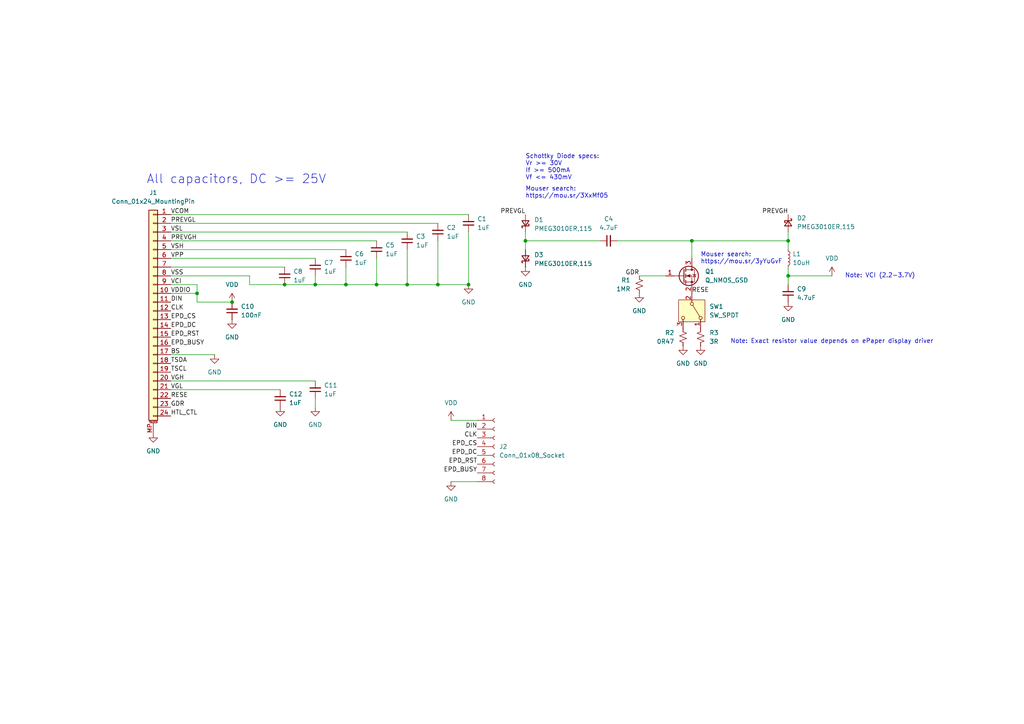
<source format=kicad_sch>
(kicad_sch (version 20231120) (generator "eeschema") (generator_version "8.0")
  (paper "A4")
  (lib_symbols
    (symbol "Connector:Conn_01x08_Socket" (pin_names (offset 1.016) hide)
      (property "Reference" "J" (at 0 10.16 0))
      (property "Value" "Conn_01x08_Socket" (at 0 -12.7 0))
      (symbol "Conn_01x08_Socket_1_1"
        (arc (start 0 -9.652) (mid -0.5058 -10.16) (end 0 -10.668) (stroke (width 0.1524)))
        (arc (start 0 -7.112) (mid -0.5058 -7.62) (end 0 -8.128) (stroke (width 0.1524)))
        (arc (start 0 -4.572) (mid -0.5058 -5.08) (end 0 -5.588) (stroke (width 0.1524)))
        (arc (start 0 -2.032) (mid -0.5058 -2.54) (end 0 -3.048) (stroke (width 0.1524)))
        (polyline (pts (xy -1.27 -10.16) (xy -0.508 -10.16)) (stroke (width 0.1524)))
        (polyline (pts (xy -1.27 -7.62) (xy -0.508 -7.62)) (stroke (width 0.1524)))
        (polyline (pts (xy -1.27 -5.08) (xy -0.508 -5.08)) (stroke (width 0.1524)))
        (polyline (pts (xy -1.27 -2.54) (xy -0.508 -2.54)) (stroke (width 0.1524)))
        (polyline (pts (xy -1.27 0) (xy -0.508 0)) (stroke (width 0.1524)))
        (polyline (pts (xy -1.27 2.54) (xy -0.508 2.54)) (stroke (width 0.1524)))
        (polyline (pts (xy -1.27 5.08) (xy -0.508 5.08)) (stroke (width 0.1524)))
        (polyline (pts (xy -1.27 7.62) (xy -0.508 7.62)) (stroke (width 0.1524)))
        (arc (start 0 0.508) (mid -0.5058 0) (end 0 -0.508) (stroke (width 0.1524)))
        (arc (start 0 3.048) (mid -0.5058 2.54) (end 0 2.032) (stroke (width 0.1524)))
        (arc (start 0 5.588) (mid -0.5058 5.08) (end 0 4.572) (stroke (width 0.1524)))
        (arc (start 0 8.128) (mid -0.5058 7.62) (end 0 7.112) (stroke (width 0.1524)))
        (pin passive line (at -5.08 7.62 0) (length 3.81) (name "Pin_1") (number "1"))
        (pin passive line (at -5.08 5.08 0) (length 3.81) (name "Pin_2") (number "2"))
        (pin passive line (at -5.08 2.54 0) (length 3.81) (name "Pin_3") (number "3"))
        (pin passive line (at -5.08 0 0) (length 3.81) (name "Pin_4") (number "4"))
        (pin passive line (at -5.08 -2.54 0) (length 3.81) (name "Pin_5") (number "5"))
        (pin passive line (at -5.08 -5.08 0) (length 3.81) (name "Pin_6") (number "6"))
        (pin passive line (at -5.08 -7.62 0) (length 3.81) (name "Pin_7") (number "7"))
        (pin passive line (at -5.08 -10.16 0) (length 3.81) (name "Pin_8") (number "8"))
      )
    )
    (symbol "Connector_Generic_MountingPin:Conn_01x24_MountingPin" (pin_names (offset 1.016) hide)
      (property "Reference" "J" (at 0 30.48 0))
      (property "Value" "Conn_01x24_MountingPin" (at 1.27 -33.02 0))
      (symbol "Conn_01x24_MountingPin_1_1"
        (rectangle (start -1.27 -30.353) (end 0 -30.607) (stroke (width 0.1524)))
        (rectangle (start -1.27 -27.813) (end 0 -28.067) (stroke (width 0.1524)))
        (rectangle (start -1.27 -25.273) (end 0 -25.527) (stroke (width 0.1524)))
        (rectangle (start -1.27 -22.733) (end 0 -22.987) (stroke (width 0.1524)))
        (rectangle (start -1.27 -20.193) (end 0 -20.447) (stroke (width 0.1524)))
        (rectangle (start -1.27 -17.653) (end 0 -17.907) (stroke (width 0.1524)))
        (rectangle (start -1.27 -15.113) (end 0 -15.367) (stroke (width 0.1524)))
        (rectangle (start -1.27 -12.573) (end 0 -12.827) (stroke (width 0.1524)))
        (rectangle (start -1.27 -10.033) (end 0 -10.287) (stroke (width 0.1524)))
        (rectangle (start -1.27 -7.493) (end 0 -7.747) (stroke (width 0.1524)))
        (rectangle (start -1.27 -4.953) (end 0 -5.207) (stroke (width 0.1524)))
        (rectangle (start -1.27 -2.413) (end 0 -2.667) (stroke (width 0.1524)))
        (rectangle (start -1.27 0.127) (end 0 -0.127) (stroke (width 0.1524)))
        (rectangle (start -1.27 2.667) (end 0 2.413) (stroke (width 0.1524)))
        (rectangle (start -1.27 5.207) (end 0 4.953) (stroke (width 0.1524)))
        (rectangle (start -1.27 7.747) (end 0 7.493) (stroke (width 0.1524)))
        (rectangle (start -1.27 10.287) (end 0 10.033) (stroke (width 0.1524)))
        (rectangle (start -1.27 12.827) (end 0 12.573) (stroke (width 0.1524)))
        (rectangle (start -1.27 15.367) (end 0 15.113) (stroke (width 0.1524)))
        (rectangle (start -1.27 17.907) (end 0 17.653) (stroke (width 0.1524)))
        (rectangle (start -1.27 20.447) (end 0 20.193) (stroke (width 0.1524)))
        (rectangle (start -1.27 22.987) (end 0 22.733) (stroke (width 0.1524)))
        (rectangle (start -1.27 25.527) (end 0 25.273) (stroke (width 0.1524)))
        (rectangle (start -1.27 28.067) (end 0 27.813) (stroke (width 0.1524)))
        (rectangle (start -1.27 29.21) (end 1.27 -31.75) (stroke (width 0.254)) (fill (type background)))
        (polyline (pts (xy -1.016 -32.512) (xy 1.016 -32.512)) (stroke (width 0.1524)))
        (text "Mounting" (at 0 -32.131 0) (effects (font (size 0.381 0.381))))
        (pin passive line (at -5.08 27.94 0) (length 3.81) (name "Pin_1") (number "1"))
        (pin passive line (at -5.08 5.08 0) (length 3.81) (name "Pin_10") (number "10"))
        (pin passive line (at -5.08 2.54 0) (length 3.81) (name "Pin_11") (number "11"))
        (pin passive line (at -5.08 0 0) (length 3.81) (name "Pin_12") (number "12"))
        (pin passive line (at -5.08 -2.54 0) (length 3.81) (name "Pin_13") (number "13"))
        (pin passive line (at -5.08 -5.08 0) (length 3.81) (name "Pin_14") (number "14"))
        (pin passive line (at -5.08 -7.62 0) (length 3.81) (name "Pin_15") (number "15"))
        (pin passive line (at -5.08 -10.16 0) (length 3.81) (name "Pin_16") (number "16"))
        (pin passive line (at -5.08 -12.7 0) (length 3.81) (name "Pin_17") (number "17"))
        (pin passive line (at -5.08 -15.24 0) (length 3.81) (name "Pin_18") (number "18"))
        (pin passive line (at -5.08 -17.78 0) (length 3.81) (name "Pin_19") (number "19"))
        (pin passive line (at -5.08 25.4 0) (length 3.81) (name "Pin_2") (number "2"))
        (pin passive line (at -5.08 -20.32 0) (length 3.81) (name "Pin_20") (number "20"))
        (pin passive line (at -5.08 -22.86 0) (length 3.81) (name "Pin_21") (number "21"))
        (pin passive line (at -5.08 -25.4 0) (length 3.81) (name "Pin_22") (number "22"))
        (pin passive line (at -5.08 -27.94 0) (length 3.81) (name "Pin_23") (number "23"))
        (pin passive line (at -5.08 -30.48 0) (length 3.81) (name "Pin_24") (number "24"))
        (pin passive line (at -5.08 22.86 0) (length 3.81) (name "Pin_3") (number "3"))
        (pin passive line (at -5.08 20.32 0) (length 3.81) (name "Pin_4") (number "4"))
        (pin passive line (at -5.08 17.78 0) (length 3.81) (name "Pin_5") (number "5"))
        (pin passive line (at -5.08 15.24 0) (length 3.81) (name "Pin_6") (number "6"))
        (pin passive line (at -5.08 12.7 0) (length 3.81) (name "Pin_7") (number "7"))
        (pin passive line (at -5.08 10.16 0) (length 3.81) (name "Pin_8") (number "8"))
        (pin passive line (at -5.08 7.62 0) (length 3.81) (name "Pin_9") (number "9"))
        (pin passive line (at 0 -35.56 90) (length 3.048) (name "MountPin") (number "MP"))
      )
    )
    (symbol "Device:C_Small" (pin_numbers hide) (pin_names (offset 0.254) hide)
      (property "Reference" "C" (at 0.254 1.778 0))
      (property "Value" "C_Small" (at 0.254 -2.032 0))
      (symbol "C_Small_0_1"
        (polyline (pts (xy -1.524 -0.508) (xy 1.524 -0.508)) (stroke (width 0.3302)))
        (polyline (pts (xy -1.524 0.508) (xy 1.524 0.508)) (stroke (width 0.3048)))
      )
      (symbol "C_Small_1_1"
        (pin passive line (at 0 2.54 270) (length 2.032) (name "~") (number "1"))
        (pin passive line (at 0 -2.54 90) (length 2.032) (name "~") (number "2"))
      )
    )
    (symbol "Device:D_Schottky_Small" (pin_numbers hide) (pin_names (offset 0.254) hide)
      (property "Reference" "D" (at -1.27 2.032 0))
      (property "Value" "D_Schottky_Small" (at -7.112 -2.032 0))
      (symbol "D_Schottky_Small_0_1"
        (polyline (pts (xy -0.762 0) (xy 0.762 0)))
        (polyline (pts (xy 0.762 -1.016) (xy -0.762 0) (xy 0.762 1.016) (xy 0.762 -1.016)) (stroke (width 0.254)))
        (polyline (pts (xy -1.27 0.762) (xy -1.27 1.016) (xy -0.762 1.016) (xy -0.762 -1.016) (xy -0.254 -1.016) (xy -0.254 -0.762)) (stroke (width 0.254)))
      )
      (symbol "D_Schottky_Small_1_1"
        (pin passive line (at -2.54 0 0) (length 1.778) (name "K") (number "1"))
        (pin passive line (at 2.54 0 180) (length 1.778) (name "A") (number "2"))
      )
    )
    (symbol "Device:L_Small" (pin_numbers hide) (pin_names (offset 0.254) hide)
      (property "Reference" "L" (at 0.762 1.016 0))
      (property "Value" "L_Small" (at 0.762 -1.016 0))
      (symbol "L_Small_0_1"
        (arc (start 0 -2.032) (mid 0.5058 -1.524) (end 0 -1.016))
        (arc (start 0 -1.016) (mid 0.5058 -0.508) (end 0 0))
        (arc (start 0 0) (mid 0.5058 0.508) (end 0 1.016))
        (arc (start 0 1.016) (mid 0.5058 1.524) (end 0 2.032))
      )
      (symbol "L_Small_1_1"
        (pin passive line (at 0 2.54 270) (length 0.508) (name "~") (number "1"))
        (pin passive line (at 0 -2.54 90) (length 0.508) (name "~") (number "2"))
      )
    )
    (symbol "Device:Q_NMOS_GSD" (pin_names (offset 0) hide)
      (property "Reference" "Q" (at 5.08 1.27 0))
      (property "Value" "Q_NMOS_GSD" (at 5.08 -1.27 0))
      (symbol "Q_NMOS_GSD_0_1"
        (polyline (pts (xy 0.254 0) (xy -2.54 0)))
        (polyline (pts (xy 0.254 1.905) (xy 0.254 -1.905)) (stroke (width 0.254)))
        (polyline (pts (xy 0.762 -1.27) (xy 0.762 -2.286)) (stroke (width 0.254)))
        (polyline (pts (xy 0.762 0.508) (xy 0.762 -0.508)) (stroke (width 0.254)))
        (polyline (pts (xy 0.762 2.286) (xy 0.762 1.27)) (stroke (width 0.254)))
        (polyline (pts (xy 2.54 2.54) (xy 2.54 1.778)))
        (polyline (pts (xy 2.54 -2.54) (xy 2.54 0) (xy 0.762 0)))
        (polyline (pts (xy 0.762 -1.778) (xy 3.302 -1.778) (xy 3.302 1.778) (xy 0.762 1.778)))
        (polyline (pts (xy 1.016 0) (xy 2.032 0.381) (xy 2.032 -0.381) (xy 1.016 0)) (fill (type outline)))
        (polyline (pts (xy 2.794 0.508) (xy 2.921 0.381) (xy 3.683 0.381) (xy 3.81 0.254)))
        (polyline (pts (xy 3.302 0.381) (xy 2.921 -0.254) (xy 3.683 -0.254) (xy 3.302 0.381)))
        (circle (center 1.651 0) (radius 2.794) (stroke (width 0.254)))
        (circle (center 2.54 -1.778) (radius 0.254) (fill (type outline)))
        (circle (center 2.54 1.778) (radius 0.254) (fill (type outline)))
      )
      (symbol "Q_NMOS_GSD_1_1"
        (pin input line (at -5.08 0 0) (length 2.54) (name "G") (number "1"))
        (pin passive line (at 2.54 -5.08 90) (length 2.54) (name "S") (number "2"))
        (pin passive line (at 2.54 5.08 270) (length 2.54) (name "D") (number "3"))
      )
    )
    (symbol "Device:R_Small_US" (pin_numbers hide) (pin_names (offset 0.254) hide)
      (property "Reference" "R" (at 0.762 0.508 0))
      (property "Value" "R_Small_US" (at 0.762 -1.016 0))
      (symbol "R_Small_US_1_1"
        (polyline (pts (xy 0 0) (xy 1.016 -0.381) (xy 0 -0.762) (xy -1.016 -1.143) (xy 0 -1.524)))
        (polyline (pts (xy 0 1.524) (xy 1.016 1.143) (xy 0 0.762) (xy -1.016 0.381) (xy 0 0)))
        (pin passive line (at 0 2.54 270) (length 1.016) (name "~") (number "1"))
        (pin passive line (at 0 -2.54 90) (length 1.016) (name "~") (number "2"))
      )
    )
    (symbol "Switch:SW_SPDT" (pin_names (offset 0) hide)
      (property "Reference" "SW" (at 0 5.08 0))
      (property "Value" "SW_SPDT" (at 0 -5.08 0))
      (symbol "SW_SPDT_0_1"
        (circle (center -2.032 0) (radius 0.4572))
        (polyline (pts (xy -1.651 0.254) (xy 1.651 2.286)))
        (circle (center 2.032 -2.54) (radius 0.4572))
        (circle (center 2.032 2.54) (radius 0.4572))
      )
      (symbol "SW_SPDT_1_1"
        (rectangle (start -3.175 3.81) (end 3.175 -3.81) (fill (type background)))
        (pin passive line (at 5.08 2.54 180) (length 2.54) (name "A") (number "1"))
        (pin passive line (at -5.08 0 0) (length 2.54) (name "B") (number "2"))
        (pin passive line (at 5.08 -2.54 180) (length 2.54) (name "C") (number "3"))
      )
    )
    (symbol "power:GND" (power) (pin_numbers hide) (pin_names (offset 0) hide)
      (property "Value" "GND" (at 0 -3.81 0))
      (symbol "GND_0_1"
        (polyline (pts (xy 0 0) (xy 0 -1.27) (xy 1.27 -1.27) (xy 0 -2.54) (xy -1.27 -1.27) (xy 0 -1.27)))
      )
      (symbol "GND_1_1"
        (pin power_in line (at 0 0 270) (length 0) (name "~") (number "1"))
      )
    )
    (symbol "power:VDD" (power) (pin_numbers hide) (pin_names (offset 0) hide)
      (property "Value" "VDD" (at 0 3.556 0))
      (symbol "VDD_0_1"
        (polyline (pts (xy -0.762 1.27) (xy 0 2.54)))
        (polyline (pts (xy 0 0) (xy 0 2.54)))
        (polyline (pts (xy 0 2.54) (xy 0.762 1.27)))
      )
      (symbol "VDD_1_1"
        (pin power_in line (at 0 0 90) (length 0) (name "~") (number "1"))
      )
    )
  )
  (junction (at 135.89 82.55))
  (junction (at 127 82.55))
  (junction (at 91.44 82.55))
  (junction (at 228.6 80.01))
  (junction (at 109.22 82.55))
  (junction (at 67.31 87.63))
  (junction (at 118.11 82.55))
  (junction (at 152.4 69.85))
  (junction (at 228.6 69.85))
  (junction (at 200.66 69.85))
  (junction (at 82.55 82.55))
  (junction (at 57.15 85.09))
  (junction (at 100.33 82.55))
  (wire (pts (xy 49.53 80.01) (xy 72.39 80.01)))
  (wire (pts (xy 91.44 118.11) (xy 91.44 115.57)))
  (wire (pts (xy 118.11 72.39) (xy 118.11 82.55)))
  (wire (pts (xy 228.6 67.31) (xy 228.6 69.85)))
  (wire (pts (xy 228.6 82.55) (xy 228.6 80.01)))
  (wire (pts (xy 109.22 74.93) (xy 109.22 82.55)))
  (wire (pts (xy 152.4 72.39) (xy 152.4 69.85)))
  (wire (pts (xy 152.4 69.85) (xy 173.99 69.85)))
  (wire (pts (xy 49.53 62.23) (xy 135.89 62.23)))
  (wire (pts (xy 49.53 113.03) (xy 81.28 113.03)))
  (wire (pts (xy 127 69.85) (xy 127 82.55)))
  (wire (pts (xy 49.53 72.39) (xy 100.33 72.39)))
  (wire (pts (xy 62.23 102.87) (xy 49.53 102.87)))
  (wire (pts (xy 82.55 82.55) (xy 91.44 82.55)))
  (wire (pts (xy 152.4 69.85) (xy 152.4 67.31)))
  (wire (pts (xy 179.07 69.85) (xy 200.66 69.85)))
  (wire (pts (xy 49.53 82.55) (xy 57.15 82.55)))
  (wire (pts (xy 228.6 80.01) (xy 228.6 77.47)))
  (wire (pts (xy 49.53 77.47) (xy 82.55 77.47)))
  (wire (pts (xy 200.66 69.85) (xy 228.6 69.85)))
  (wire (pts (xy 49.53 110.49) (xy 91.44 110.49)))
  (wire (pts (xy 49.53 74.93) (xy 91.44 74.93)))
  (wire (pts (xy 57.15 85.09) (xy 49.53 85.09)))
  (wire (pts (xy 228.6 80.01) (xy 241.3 80.01)))
  (wire (pts (xy 100.33 82.55) (xy 109.22 82.55)))
  (wire (pts (xy 49.53 69.85) (xy 109.22 69.85)))
  (wire (pts (xy 127 82.55) (xy 135.89 82.55)))
  (wire (pts (xy 49.53 64.77) (xy 127 64.77)))
  (wire (pts (xy 91.44 80.01) (xy 91.44 82.55)))
  (wire (pts (xy 185.42 80.01) (xy 193.04 80.01)))
  (wire (pts (xy 72.39 82.55) (xy 82.55 82.55)))
  (wire (pts (xy 49.53 67.31) (xy 118.11 67.31)))
  (wire (pts (xy 57.15 87.63) (xy 57.15 85.09)))
  (wire (pts (xy 135.89 82.55) (xy 135.89 67.31)))
  (wire (pts (xy 228.6 69.85) (xy 228.6 72.39)))
  (wire (pts (xy 118.11 82.55) (xy 127 82.55)))
  (wire (pts (xy 130.81 139.7) (xy 138.43 139.7)))
  (wire (pts (xy 57.15 82.55) (xy 57.15 85.09)))
  (wire (pts (xy 100.33 77.47) (xy 100.33 82.55)))
  (wire (pts (xy 72.39 80.01) (xy 72.39 82.55)))
  (wire (pts (xy 91.44 82.55) (xy 100.33 82.55)))
  (wire (pts (xy 138.43 121.92) (xy 130.81 121.92)))
  (wire (pts (xy 109.22 82.55) (xy 118.11 82.55)))
  (wire (pts (xy 67.31 87.63) (xy 57.15 87.63)))
  (wire (pts (xy 200.66 69.85) (xy 200.66 74.93)))
  (text "Note: Exact resistor value depends on ePaper display driver" (at 241.3 99.06 0) (effects (font (size 1.27 1.27))))
  (text "Note: VCI (2.2-3.7V)" (at 255.27 80.01 0) (effects (font (size 1.27 1.27))))
  (text "Mouser search:\nhttps://mou.sr/3XxMf05" (at 152.4 55.88 0) (effects (font (size 1.27 1.27)) (justify left)))
  (text "All capacitors, DC >= 25V" (at 68.58 52.07 0) (effects (font (size 2.54 2.54))))
  (text "Mouser search:\nhttps://mou.sr/3yYuGvF" (at 203.2 74.93 0) (effects (font (size 1.27 1.27)) (justify left)))
  (text "Schottky Diode specs:\nVr >= 30V\nIf >= 500mA\nVf <= 430mV\n\n" (at 152.4 49.53 0) (effects (font (size 1.27 1.27)) (justify left)))
  (label "EPD_DC" (at 49.53 95.25 0))
  (label "VSL" (at 49.53 67.31 0))
  (label "DIN" (at 49.53 87.63 0))
  (label "PREVGL" (at 152.4 62.23 180))
  (label "HTL_CTL" (at 49.53 120.65 0))
  (label "VGL" (at 49.53 113.03 0))
  (label "BS" (at 49.53 102.87 0))
  (label "EPD_RST" (at 49.53 97.79 0))
  (label "PREVGH" (at 49.53 69.85 0))
  (label "PREVGH" (at 228.6 62.23 180))
  (label "EPD_DC" (at 138.43 132.08 180))
  (label "EPD_CS" (at 49.53 92.71 0))
  (label "CLK" (at 49.53 90.17 0))
  (label "GDR" (at 49.53 118.11 0))
  (label "DIN" (at 138.43 124.46 180))
  (label "VDDIO" (at 49.53 85.09 0))
  (label "EPD_CS" (at 138.43 129.54 180))
  (label "VCI" (at 49.53 82.55 0))
  (label "VCOM" (at 49.53 62.23 0))
  (label "CLK" (at 138.43 127 180))
  (label "VSS" (at 49.53 80.01 0))
  (label "EPD_BUSY" (at 138.43 137.16 180))
  (label "TSDA" (at 49.53 105.41 0))
  (label "EPD_RST" (at 138.43 134.62 180))
  (label "GDR" (at 185.42 80.01 180))
  (label "VGH" (at 49.53 110.49 0))
  (label "RESE" (at 49.53 115.57 0))
  (label "VSH" (at 49.53 72.39 0))
  (label "TSCL" (at 49.53 107.95 0))
  (label "VPP" (at 49.53 74.93 0))
  (label "PREVGL" (at 49.53 64.77 0))
  (label "EPD_BUSY" (at 49.53 100.33 0))
  (label "RESE" (at 200.66 85.09 0))
  (symbol (lib_id "Device:R_Small_US") (at 198.12 97.79 0) (unit 1)
    (property "Reference" "R2" (at 195.58 96.5199 0) (effects (justify right)))
    (property "Value" "0R47" (at 195.58 99.0599 0) (effects (justify right)))
    (property "Footprint" "Resistor_SMD:R_0603_1608Metric" (effects (hide yes)))
    (property "Description" "Resistor, small US symbol" (effects (hide yes)))
    (property "LCSC" "C186564" (effects (hide yes)))
  )
  (symbol (lib_id "Device:C_Small") (at 91.44 113.03 180) (unit 1)
    (property "Reference" "C11" (at 93.98 111.7535 0) (effects (justify right)))
    (property "Value" "1uF" (at 93.98 114.2935 0) (effects (justify right)))
    (property "Footprint" "Capacitor_SMD:C_0402_1005Metric" (effects (hide yes)))
    (property "Description" "Unpolarized capacitor, small symbol" (effects (hide yes)))
    (property "LCSC" "C52923" (effects (hide yes)))
  )
  (symbol (lib_id "power:GND") (at 44.45 125.73 0) (unit 1)
    (property "Reference" "#PWR014" (effects (hide yes)))
    (property "Value" "GND" (at 44.45 130.81 0))
    (property "Description" "Power symbol creates a global label with name \"GND\" , ground" (effects (hide yes)))
  )
  (symbol (lib_id "power:GND") (at 62.23 102.87 0) (unit 1)
    (property "Reference" "#PWR010" (effects (hide yes)))
    (property "Value" "GND" (at 62.23 107.95 0))
    (property "Description" "Power symbol creates a global label with name \"GND\" , ground" (effects (hide yes)))
  )
  (symbol (lib_id "Device:C_Small") (at 176.53 69.85 90) (unit 1)
    (property "Reference" "C4" (at 176.5363 63.5 90))
    (property "Value" "4.7uF" (at 176.5363 66.04 90))
    (property "Footprint" "Capacitor_SMD:C_0402_1005Metric" (effects (hide yes)))
    (property "Description" "Unpolarized capacitor, small symbol" (effects (hide yes)))
    (property "LCSC" "C2858031" (effects (hide yes)))
  )
  (symbol (lib_id "power:GND") (at 152.4 77.47 0) (unit 1)
    (property "Reference" "#PWR01" (effects (hide yes)))
    (property "Value" "GND" (at 152.4 82.55 0))
    (property "Description" "Power symbol creates a global label with name \"GND\" , ground" (effects (hide yes)))
  )
  (symbol (lib_id "power:VDD") (at 241.3 80.01 0) (mirror y) (unit 1)
    (property "Reference" "#PWR02" (effects (hide yes)))
    (property "Value" "VDD" (at 241.3 74.93 0))
    (property "Description" "Power symbol creates a global label with name \"VDD\"" (effects (hide yes)))
  )
  (symbol (lib_id "Device:C_Small") (at 135.89 64.77 180) (unit 1)
    (property "Reference" "C1" (at 138.43 63.4935 0) (effects (justify right)))
    (property "Value" "1uF" (at 138.43 66.0335 0) (effects (justify right)))
    (property "Footprint" "Capacitor_SMD:C_0402_1005Metric" (effects (hide yes)))
    (property "Description" "Unpolarized capacitor, small symbol" (effects (hide yes)))
    (property "LCSC" "C52923" (effects (hide yes)))
  )
  (symbol (lib_id "power:VDD") (at 130.81 121.92 0) (unit 1)
    (property "Reference" "#PWR013" (effects (hide yes)))
    (property "Value" "VDD" (at 130.81 116.84 0))
    (property "Description" "Power symbol creates a global label with name \"VDD\"" (effects (hide yes)))
  )
  (symbol (lib_id "Connector_Generic_MountingPin:Conn_01x24_MountingPin") (at 44.45 90.17 0) (mirror y) (unit 1)
    (property "Reference" "J1" (at 44.45 55.88 0))
    (property "Value" "Conn_01x24_MountingPin" (at 44.45 58.42 0))
    (property "Footprint" "Connector_FFC-FPC:TE_2-1734839-4_1x24-1MP_P0.5mm_Horizontal" (effects (hide yes)))
    (property "Description" "Generic connectable mounting pin connector, single row, 01x24, script generated (kicad-library-utils/schlib/autogen/connector/)" (effects (hide yes)))
    (property "LCSC" "C2911766" (effects (hide yes)))
  )
  (symbol (lib_id "power:GND") (at 91.44 118.11 0) (unit 1)
    (property "Reference" "#PWR012" (effects (hide yes)))
    (property "Value" "GND" (at 91.44 123.19 0))
    (property "Description" "Power symbol creates a global label with name \"GND\" , ground" (effects (hide yes)))
  )
  (symbol (lib_id "Connector:Conn_01x08_Socket") (at 143.51 129.54 0) (unit 1)
    (property "Reference" "J2" (at 144.78 129.5399 0) (effects (justify left)))
    (property "Value" "Conn_01x08_Socket" (at 144.78 132.0799 0) (effects (justify left)))
    (property "Footprint" "Connector_PinHeader_2.54mm:PinHeader_1x08_P2.54mm_Vertical" (effects (hide yes)))
    (property "Description" "Generic connector, single row, 01x08, script generated" (effects (hide yes)))
  )
  (symbol (lib_id "Device:C_Small") (at 81.28 115.57 180) (unit 1)
    (property "Reference" "C12" (at 83.82 114.2935 0) (effects (justify right)))
    (property "Value" "1uF" (at 83.82 116.8335 0) (effects (justify right)))
    (property "Footprint" "Capacitor_SMD:C_0402_1005Metric" (effects (hide yes)))
    (property "Description" "Unpolarized capacitor, small symbol" (effects (hide yes)))
    (property "LCSC" "C52923" (effects (hide yes)))
  )
  (symbol (lib_id "Device:R_Small_US") (at 185.42 82.55 0) (unit 1)
    (property "Reference" "R1" (at 182.88 81.2799 0) (effects (justify right)))
    (property "Value" "1MR" (at 182.88 83.8199 0) (effects (justify right)))
    (property "Footprint" "Resistor_SMD:R_0402_1005Metric" (effects (hide yes)))
    (property "Description" "Resistor, small US symbol" (effects (hide yes)))
    (property "LCSC" "C26083" (effects (hide yes)))
  )
  (symbol (lib_id "Device:C_Small") (at 109.22 72.39 180) (unit 1)
    (property "Reference" "C5" (at 111.76 71.1135 0) (effects (justify right)))
    (property "Value" "1uF" (at 111.76 73.6535 0) (effects (justify right)))
    (property "Footprint" "Capacitor_SMD:C_0402_1005Metric" (effects (hide yes)))
    (property "Description" "Unpolarized capacitor, small symbol" (effects (hide yes)))
    (property "LCSC" "C52923" (effects (hide yes)))
  )
  (symbol (lib_id "power:GND") (at 67.31 92.71 0) (unit 1)
    (property "Reference" "#PWR07" (effects (hide yes)))
    (property "Value" "GND" (at 67.31 97.79 0))
    (property "Description" "Power symbol creates a global label with name \"GND\" , ground" (effects (hide yes)))
  )
  (symbol (lib_id "power:VDD") (at 67.31 87.63 0) (mirror y) (unit 1)
    (property "Reference" "#PWR05" (effects (hide yes)))
    (property "Value" "VDD" (at 67.31 82.55 0))
    (property "Description" "Power symbol creates a global label with name \"VDD\"" (effects (hide yes)))
  )
  (symbol (lib_id "Device:C_Small") (at 100.33 74.93 180) (unit 1)
    (property "Reference" "C6" (at 102.87 73.6535 0) (effects (justify right)))
    (property "Value" "1uF" (at 102.87 76.1935 0) (effects (justify right)))
    (property "Footprint" "Capacitor_SMD:C_0402_1005Metric" (effects (hide yes)))
    (property "Description" "Unpolarized capacitor, small symbol" (effects (hide yes)))
    (property "LCSC" "C52923" (effects (hide yes)))
  )
  (symbol (lib_id "Device:C_Small") (at 82.55 80.01 180) (unit 1)
    (property "Reference" "C8" (at 85.09 78.7335 0) (effects (justify right)))
    (property "Value" "1uF" (at 85.09 81.2735 0) (effects (justify right)))
    (property "Footprint" "Capacitor_SMD:C_0402_1005Metric" (effects (hide yes)))
    (property "Description" "Unpolarized capacitor, small symbol" (effects (hide yes)))
    (property "LCSC" "C52923" (effects (hide yes)))
  )
  (symbol (lib_id "Device:C_Small") (at 127 67.31 180) (unit 1)
    (property "Reference" "C2" (at 129.54 66.0335 0) (effects (justify right)))
    (property "Value" "1uF" (at 129.54 68.5735 0) (effects (justify right)))
    (property "Footprint" "Capacitor_SMD:C_0402_1005Metric" (effects (hide yes)))
    (property "Description" "Unpolarized capacitor, small symbol" (effects (hide yes)))
    (property "LCSC" "C52923" (effects (hide yes)))
  )
  (symbol (lib_id "Device:D_Schottky_Small") (at 228.6 64.77 270) (unit 1)
    (property "Reference" "D2" (at 231.14 63.2459 90) (effects (justify left)))
    (property "Value" "PMEG3010ER,115" (at 231.14 65.7859 90) (effects (justify left)))
    (property "Footprint" "Diode_SMD:D_SOD-123" (effects (hide yes)))
    (property "Description" "Schottky diode, small symbol" (effects (hide yes)))
    (property "LCSC" "C456106" (effects (hide yes)))
  )
  (symbol (lib_id "power:GND") (at 185.42 85.09 0) (unit 1)
    (property "Reference" "#PWR04" (effects (hide yes)))
    (property "Value" "GND" (at 185.42 90.17 0))
    (property "Description" "Power symbol creates a global label with name \"GND\" , ground" (effects (hide yes)))
  )
  (symbol (lib_id "power:GND") (at 130.81 139.7 0) (unit 1)
    (property "Reference" "#PWR015" (effects (hide yes)))
    (property "Value" "GND" (at 130.81 144.78 0))
    (property "Description" "Power symbol creates a global label with name \"GND\" , ground" (effects (hide yes)))
  )
  (symbol (lib_id "Switch:SW_SPDT") (at 200.66 90.17 270) (unit 1)
    (property "Reference" "SW1" (at 205.74 88.8999 90) (effects (justify left)))
    (property "Value" "SW_SPDT" (at 205.74 91.4399 90) (effects (justify left)))
    (property "Footprint" "Button_Switch_SMD:SW_SPDT_PCM12" (effects (hide yes)))
    (property "Description" "Switch, single pole double throw" (effects (hide yes)))
    (property "LCSC" "C109335" (effects (hide yes)))
  )
  (symbol (lib_id "power:GND") (at 135.89 82.55 0) (unit 1)
    (property "Reference" "#PWR03" (effects (hide yes)))
    (property "Value" "GND" (at 135.89 87.63 0))
    (property "Description" "Power symbol creates a global label with name \"GND\" , ground" (effects (hide yes)))
  )
  (symbol (lib_id "power:GND") (at 228.6 87.63 0) (unit 1)
    (property "Reference" "#PWR06" (effects (hide yes)))
    (property "Value" "GND" (at 228.6 92.71 0))
    (property "Description" "Power symbol creates a global label with name \"GND\" , ground" (effects (hide yes)))
  )
  (symbol (lib_id "Device:D_Schottky_Small") (at 152.4 64.77 90) (unit 1)
    (property "Reference" "D1" (at 154.94 63.7539 90) (effects (justify right)))
    (property "Value" "PMEG3010ER,115" (at 154.94 66.2939 90) (effects (justify right)))
    (property "Footprint" "Diode_SMD:D_SOD-123" (effects (hide yes)))
    (property "Description" "Schottky diode, small symbol" (effects (hide yes)))
    (property "LCSC" "C456106" (effects (hide yes)))
  )
  (symbol (lib_id "power:GND") (at 203.2 100.33 0) (unit 1)
    (property "Reference" "#PWR09" (effects (hide yes)))
    (property "Value" "GND" (at 203.2 105.41 0))
    (property "Description" "Power symbol creates a global label with name \"GND\" , ground" (effects (hide yes)))
  )
  (symbol (lib_id "power:GND") (at 198.12 100.33 0) (unit 1)
    (property "Reference" "#PWR08" (effects (hide yes)))
    (property "Value" "GND" (at 198.12 105.41 0))
    (property "Description" "Power symbol creates a global label with name \"GND\" , ground" (effects (hide yes)))
  )
  (symbol (lib_id "Device:C_Small") (at 67.31 90.17 180) (unit 1)
    (property "Reference" "C10" (at 69.85 88.8935 0) (effects (justify right)))
    (property "Value" "100nF" (at 69.85 91.4335 0) (effects (justify right)))
    (property "Footprint" "Capacitor_SMD:C_0402_1005Metric" (effects (hide yes)))
    (property "Description" "Unpolarized capacitor, small symbol" (effects (hide yes)))
    (property "LCSC" "C307331" (effects (hide yes)))
  )
  (symbol (lib_id "Device:R_Small_US") (at 203.2 97.79 0) (mirror y) (unit 1)
    (property "Reference" "R3" (at 205.74 96.5199 0) (effects (justify right)))
    (property "Value" "3R" (at 205.74 99.0599 0) (effects (justify right)))
    (property "Footprint" "Resistor_SMD:R_0603_1608Metric" (effects (hide yes)))
    (property "Description" "Resistor, small US symbol" (effects (hide yes)))
    (property "LCSC" "C23157" (effects (hide yes)))
  )
  (symbol (lib_id "Device:Q_NMOS_GSD") (at 198.12 80.01 0) (unit 1)
    (property "Reference" "Q1" (at 204.47 78.7399 0) (effects (justify left)))
    (property "Value" "Q_NMOS_GSD" (at 204.47 81.2799 0) (effects (justify left)))
    (property "Footprint" "Package_TO_SOT_SMD:SOT-23" (effects (hide yes)))
    (property "Description" "N-MOSFET transistor, gate/source/drain" (effects (hide yes)))
    (property "LCSC" "C414015" (effects (hide yes)))
  )
  (symbol (lib_id "Device:C_Small") (at 118.11 69.85 180) (unit 1)
    (property "Reference" "C3" (at 120.65 68.5735 0) (effects (justify right)))
    (property "Value" "1uF" (at 120.65 71.1135 0) (effects (justify right)))
    (property "Footprint" "Capacitor_SMD:C_0402_1005Metric" (effects (hide yes)))
    (property "Description" "Unpolarized capacitor, small symbol" (effects (hide yes)))
    (property "LCSC" "C52923" (effects (hide yes)))
  )
  (symbol (lib_id "power:GND") (at 81.28 118.11 0) (unit 1)
    (property "Reference" "#PWR011" (effects (hide yes)))
    (property "Value" "GND" (at 81.28 123.19 0))
    (property "Description" "Power symbol creates a global label with name \"GND\" , ground" (effects (hide yes)))
  )
  (symbol (lib_id "Device:C_Small") (at 228.6 85.09 180) (unit 1)
    (property "Reference" "C9" (at 231.14 83.8135 0) (effects (justify right)))
    (property "Value" "4.7uF" (at 231.14 86.3535 0) (effects (justify right)))
    (property "Footprint" "Capacitor_SMD:C_0402_1005Metric" (effects (hide yes)))
    (property "Description" "Unpolarized capacitor, small symbol" (effects (hide yes)))
    (property "LCSC" "C2858031" (effects (hide yes)))
  )
  (symbol (lib_id "Device:L_Small") (at 228.6 74.93 0) (unit 1)
    (property "Reference" "L1" (at 229.87 73.6599 0) (effects (justify left)))
    (property "Value" "10uH" (at 229.87 76.1999 0) (effects (justify left)))
    (property "Footprint" "Inductor_SMD:L_0805_2012Metric" (effects (hide yes)))
    (property "Description" "Inductor, small symbol" (effects (hide yes)))
    (property "LCSC" "C2909263" (effects (hide yes)))
  )
  (symbol (lib_id "Device:C_Small") (at 91.44 77.47 180) (unit 1)
    (property "Reference" "C7" (at 93.98 76.1935 0) (effects (justify right)))
    (property "Value" "1uF" (at 93.98 78.7335 0) (effects (justify right)))
    (property "Footprint" "Capacitor_SMD:C_0402_1005Metric" (effects (hide yes)))
    (property "Description" "Unpolarized capacitor, small symbol" (effects (hide yes)))
    (property "LCSC" "C52923" (effects (hide yes)))
  )
  (symbol (lib_id "Device:D_Schottky_Small") (at 152.4 74.93 90) (unit 1)
    (property "Reference" "D3" (at 154.94 73.9139 90) (effects (justify right)))
    (property "Value" "PMEG3010ER,115" (at 154.94 76.4539 90) (effects (justify right)))
    (property "Footprint" "Diode_SMD:D_SOD-123" (effects (hide yes)))
    (property "Description" "Schottky diode, small symbol" (effects (hide yes)))
    (property "LCSC" "C456106" (effects (hide yes)))
  )
)
</source>
